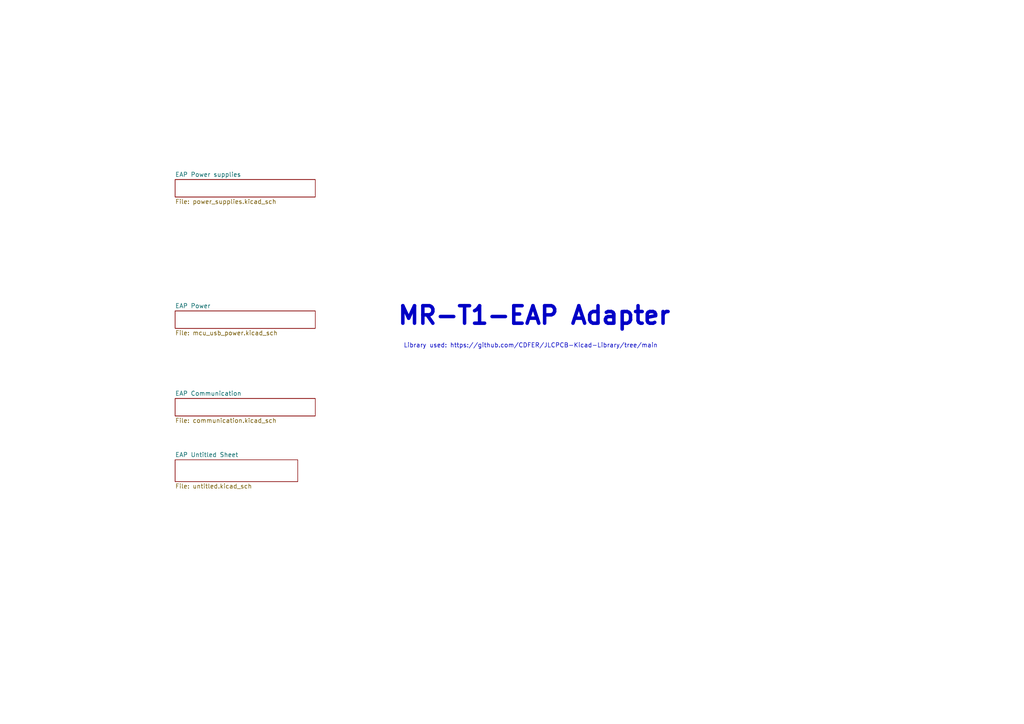
<source format=kicad_sch>
(kicad_sch
	(version 20250114)
	(generator "eeschema")
	(generator_version "9.0")
	(uuid "8b469ec1-e800-4d46-8a32-95d77ceae6db")
	(paper "A4")
	(title_block
		(title "MR-T1-EAP Adapter")
		(date "2025-08-28")
		(rev "X0")
		(company "NXP SEMICONDUCTORS B.V.")
		(comment 1 "Ethernet Adjacent Power Adapter")
		(comment 3 "DESIGNER: Iain Galloway")
		(comment 4 "CTO SYSTEM INNOVATIONS / MOBILE ROBOTICS DOMAIN")
	)
	(lib_symbols)
	(text "${TITLE}"
		(exclude_from_sim no)
		(at 154.94 91.694 0)
		(effects
			(font
				(size 5.08 5.08)
				(thickness 1.016)
				(bold yes)
			)
		)
		(uuid "470a9b0d-f605-4efc-9640-48420e4ad293")
	)
	(text "Library used: https://github.com/CDFER/JLCPCB-Kicad-Library/tree/main"
		(exclude_from_sim no)
		(at 153.924 100.33 0)
		(effects
			(font
				(size 1.27 1.27)
			)
		)
		(uuid "c7daae81-4b6d-4b02-8706-d9b961b70b9c")
	)
	(sheet
		(at 50.8 133.35)
		(size 35.56 6.35)
		(exclude_from_sim no)
		(in_bom yes)
		(on_board yes)
		(dnp no)
		(fields_autoplaced yes)
		(stroke
			(width 0.1524)
			(type solid)
		)
		(fill
			(color 0 0 0 0.0000)
		)
		(uuid "5b2f2eb1-ec9a-4977-b66a-684a4396148d")
		(property "Sheetname" "EAP Untitled Sheet"
			(at 50.8 132.6384 0)
			(effects
				(font
					(size 1.27 1.27)
				)
				(justify left bottom)
			)
		)
		(property "Sheetfile" "untitled.kicad_sch"
			(at 50.8 140.2846 0)
			(effects
				(font
					(size 1.27 1.27)
				)
				(justify left top)
			)
		)
		(instances
			(project "spinali_MR-T1-EAP-Adapter"
				(path "/8b469ec1-e800-4d46-8a32-95d77ceae6db"
					(page "5")
				)
			)
		)
	)
	(sheet
		(at 50.8 115.57)
		(size 40.64 5.08)
		(exclude_from_sim no)
		(in_bom yes)
		(on_board yes)
		(dnp no)
		(fields_autoplaced yes)
		(stroke
			(width 0.1524)
			(type solid)
		)
		(fill
			(color 0 0 0 0.0000)
		)
		(uuid "cac75b7c-b45e-47d5-be26-673a8f59f26a")
		(property "Sheetname" "EAP Communication"
			(at 50.8 114.8584 0)
			(effects
				(font
					(size 1.27 1.27)
				)
				(justify left bottom)
			)
		)
		(property "Sheetfile" "communication.kicad_sch"
			(at 50.8 121.2346 0)
			(effects
				(font
					(size 1.27 1.27)
				)
				(justify left top)
			)
		)
		(instances
			(project "spinali_MR-T1-EAP-Adapter"
				(path "/8b469ec1-e800-4d46-8a32-95d77ceae6db"
					(page "7")
				)
			)
		)
	)
	(sheet
		(at 50.8 90.17)
		(size 40.64 5.08)
		(exclude_from_sim no)
		(in_bom yes)
		(on_board yes)
		(dnp no)
		(fields_autoplaced yes)
		(stroke
			(width 0.1524)
			(type solid)
		)
		(fill
			(color 0 0 0 0.0000)
		)
		(uuid "cb14c3cb-ad07-49c0-85e6-22786ebb10ed")
		(property "Sheetname" "EAP Power"
			(at 50.8 89.4584 0)
			(effects
				(font
					(size 1.27 1.27)
				)
				(justify left bottom)
			)
		)
		(property "Sheetfile" "mcu_usb_power.kicad_sch"
			(at 50.8 95.8346 0)
			(effects
				(font
					(size 1.27 1.27)
				)
				(justify left top)
			)
		)
		(instances
			(project "spinali_MR-T1-EAP-Adapter"
				(path "/8b469ec1-e800-4d46-8a32-95d77ceae6db"
					(page "5")
				)
			)
		)
	)
	(sheet
		(at 50.8 52.07)
		(size 40.64 5.08)
		(exclude_from_sim no)
		(in_bom yes)
		(on_board yes)
		(dnp no)
		(fields_autoplaced yes)
		(stroke
			(width 0.1524)
			(type solid)
		)
		(fill
			(color 0 0 0 0.0000)
		)
		(uuid "cd546697-22c1-446e-bf49-97c1431cc780")
		(property "Sheetname" "EAP Power supplies"
			(at 50.8 51.3584 0)
			(effects
				(font
					(size 1.27 1.27)
				)
				(justify left bottom)
			)
		)
		(property "Sheetfile" "power_supplies.kicad_sch"
			(at 50.8 57.7346 0)
			(effects
				(font
					(size 1.27 1.27)
				)
				(justify left top)
			)
		)
		(instances
			(project "spinali_MR-T1-EAP-Adapter"
				(path "/8b469ec1-e800-4d46-8a32-95d77ceae6db"
					(page "2")
				)
			)
		)
	)
	(sheet_instances
		(path "/"
			(page "1")
		)
	)
	(embedded_fonts no)
)

</source>
